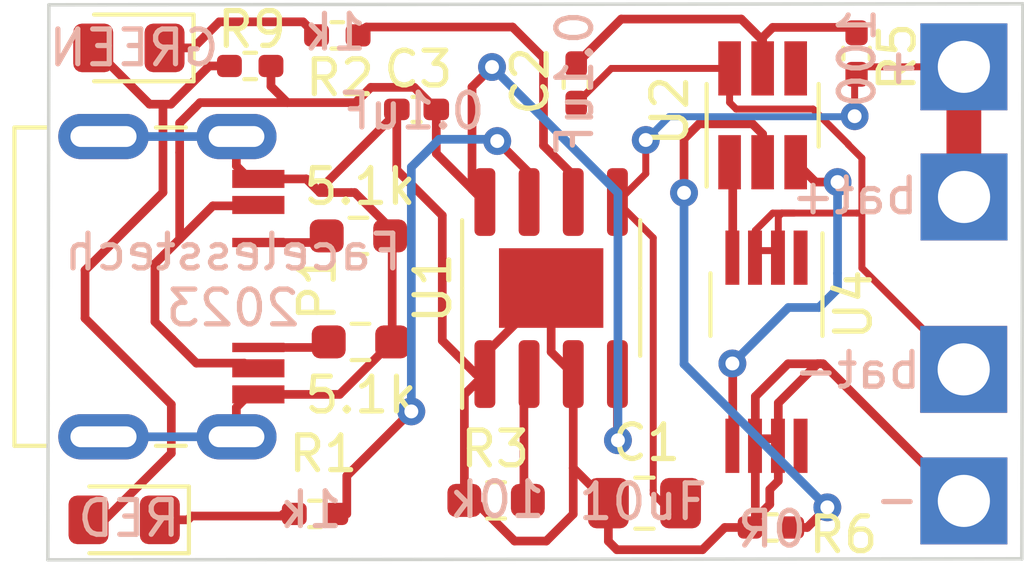
<source format=kicad_pcb>
(kicad_pcb (version 20211014) (generator pcbnew)
  (layers (0 "F.Cu" signal) (31 "B.Cu" signal) (34 "B.Paste" user) (35 "F.Paste" user) (36 "B.SilkS" user "B.Silkscreen") (37 "F.SilkS" user "F.Silkscreen") (38 "B.Mask" user) (39 "F.Mask" user) (44 "Edge.Cuts" user))
  (net 0 "")
  (net 1 "BAT+")
  (net 2 "Net-(D1-Pad1)")
  (net 3 "GND")
  (net 4 "VIN")
  (net 5 "Net-(D2-Pad1)")
  (net 6 "Net-(R2-Pad2)")
  (net 7 "Net-(R3-Pad1)")
  (net 8 "BAT-")
  (net 10 "/OC")
  (net 11 "/G1")
  (net 12 "Net-(U2-Pad3)")
  (net 13 "Net-(P1-PadA8)")
  (net 15 "Net-(C2-Pad1)")
  (net 16 "Net-(R1-Pad2)")
  (net 18 "Net-(P1-PadB8)")
  (net 19 "Net-(D1-Pad2)")
  (footprint "custom_connectors:1.5mm_test_point" (layer "F.Cu") (at 154.975 100.655)
    (fp_text reference "J5" hide)
    (fp_text value "Conn_01x01_Female" hide)
    (pad "1" thru_hole rect (at 0 -0.01016) (size 2.5 2.5) (drill 1.5) (layers *.Cu *.Mask) (net 3 "GND"))
  )
  (footprint "Resistor_SMD:R_0402_1005Metric_Pad0.72x0.64mm_HandSolder" (layer "F.Cu") (at 151.89 87.7725 90)
    (fp_text reference "R5" (at -0.0975 1.17 90) (layer "F.SilkS"))
    (fp_text value "100" (at -0.1275 0.02 90) (layer "B.SilkS") (effects (justify mirror)))
    (fp_line (start -0.167621 -0.38) (end 0.167621 -0.38) (layer "F.SilkS") (width 0.12))
    (fp_line (start -0.167621 0.38) (end 0.167621 0.38) (layer "F.SilkS") (width 0.12))
    (pad "1" smd roundrect (at -0.5975 0 90) (size 0.715 0.64) (layers "F.Cu" "F.Paste" "F.Mask") (net 1 "BAT+"))
    (pad "2" smd roundrect (at 0.5975 0 90) (size 0.715 0.64) (layers "F.Cu" "F.Paste" "F.Mask") (net 15 "Net-(C2-Pad1)"))
  )
  (footprint "Package_SO:SOIC-8-1EP_3.9x4.9mm_P1.27mm_EP2.29x3mm" (layer "F.Cu") (at 143.11 94.52 90)
    (fp_text reference "U1" (at 0 -3.4 90) (layer "F.SilkS"))
    (fp_text value "TP4056" hide)
    (fp_line (start 0 2.56) (end -1.95 2.56) (layer "F.SilkS") (width 0.12))
    (fp_line (start 0 2.56) (end 1.95 2.56) (layer "F.SilkS") (width 0.12))
    (fp_line (start 0 -2.56) (end 1.95 -2.56) (layer "F.SilkS") (width 0.12))
    (fp_line (start 0 -2.56) (end -3.45 -2.56) (layer "F.SilkS") (width 0.12))
    (pad "1" smd roundrect (at -2.475 -1.905 90) (size 1.95 0.6) (layers "F.Cu" "F.Paste" "F.Mask") (net 3 "GND"))
    (pad "2" smd roundrect (at -2.475 -0.635 90) (size 1.95 0.6) (layers "F.Cu" "F.Paste" "F.Mask") (net 7 "Net-(R3-Pad1)"))
    (pad "3" smd roundrect (at -2.475 0.635 90) (size 1.95 0.6) (layers "F.Cu" "F.Paste" "F.Mask") (net 3 "GND"))
    (pad "4" smd roundrect (at -2.475 1.905 90) (size 1.95 0.6) (layers "F.Cu" "F.Paste" "F.Mask") (net 4 "VIN"))
    (pad "5" smd roundrect (at 2.475 1.905 90) (size 1.95 0.6) (layers "F.Cu" "F.Paste" "F.Mask") (net 1 "BAT+"))
    (pad "6" smd roundrect (at 2.475 0.635 90) (size 1.95 0.6) (layers "F.Cu" "F.Paste" "F.Mask") (net 6 "Net-(R2-Pad2)"))
    (pad "7" smd roundrect (at 2.475 -0.635 90) (size 1.95 0.6) (layers "F.Cu" "F.Paste" "F.Mask") (net 16 "Net-(R1-Pad2)"))
    (pad "8" smd roundrect (at 2.475 -1.905 90) (size 1.95 0.6) (layers "F.Cu" "F.Paste" "F.Mask") (net 4 "VIN"))
    (pad "9" smd rect (at 0 0 90) (size 2.29 3) (layers "F.Cu" "F.Mask") (net 3 "GND"))
  )
  (footprint "Resistor_SMD:R_0402_1005Metric_Pad0.72x0.64mm_HandSolder" (layer "F.Cu") (at 136.9625 87.25)
    (fp_text reference "R2" (at 0.0775 1.22) (layer "F.SilkS"))
    (fp_text value "1k" (at -0.06 -0.09) (layer "B.SilkS") (effects (justify mirror)))
    (fp_line (start -0.167621 -0.38) (end 0.167621 -0.38) (layer "F.SilkS") (width 0.12))
    (fp_line (start -0.167621 0.38) (end 0.167621 0.38) (layer "F.SilkS") (width 0.12))
    (pad "1" smd roundrect (at -0.5975 0) (size 0.715 0.64) (layers "F.Cu" "F.Paste" "F.Mask") (net 5 "Net-(D2-Pad1)"))
    (pad "2" smd roundrect (at 0.5975 0) (size 0.715 0.64) (layers "F.Cu" "F.Paste" "F.Mask") (net 6 "Net-(R2-Pad2)"))
  )
  (footprint "custom_connectors:1.5mm_test_point" (layer "F.Cu") (at 154.97 96.87)
    (fp_text reference "J4" hide)
    (fp_text value "Conn_01x01_Female" hide)
    (pad "1" thru_hole rect (at 0 -0.01016) (size 2.5 2.5) (drill 1.5) (layers *.Cu *.Mask) (net 8 "BAT-"))
  )
  (footprint "Capacitor_SMD:C_0402_1005Metric_Pad0.74x0.62mm_HandSolder" (layer "F.Cu") (at 143.83 88.6425 -90)
    (fp_text reference "C2" (at -0.0825 1.32 -90) (layer "F.SilkS"))
    (fp_text value "0.1uF" (at -0.0225 0.04 -90) (layer "B.SilkS") (effects (justify mirror)))
    (fp_line (start -0.115835 -0.36) (end 0.115835 -0.36) (layer "F.SilkS") (width 0.12))
    (fp_line (start -0.115835 0.36) (end 0.115835 0.36) (layer "F.SilkS") (width 0.12))
    (pad "1" smd roundrect (at -0.5675 0 270) (size 0.735 0.62) (layers "F.Cu" "F.Paste" "F.Mask") (net 15 "Net-(C2-Pad1)"))
    (pad "2" smd roundrect (at 0.5675 0 270) (size 0.735 0.62) (layers "F.Cu" "F.Paste" "F.Mask") (net 8 "BAT-"))
  )
  (footprint "Resistor_SMD:R_0603_1608Metric_Pad0.98x0.95mm_HandSolder" (layer "F.Cu") (at 137.6275 96.07)
    (fp_text reference "R8" hide)
    (fp_text value "5.1k" (at 0.0125 1.53) (layer "F.SilkS"))
    (fp_line (start -0.254724 -0.5225) (end 0.254724 -0.5225) (layer "F.SilkS") (width 0.12))
    (fp_line (start -0.254724 0.5225) (end 0.254724 0.5225) (layer "F.SilkS") (width 0.12))
    (pad "1" smd roundrect (at -0.9125 0) (size 0.975 0.95) (layers "F.Cu" "F.Paste" "F.Mask") (net 13 "Net-(P1-PadA8)"))
    (pad "2" smd roundrect (at 0.9125 0) (size 0.975 0.95) (layers "F.Cu" "F.Paste" "F.Mask") (net 3 "GND"))
  )
  (footprint "LED_SMD:LED_0805_2012Metric_Pad1.15x1.40mm_HandSolder" (layer "F.Cu") (at 130.97 87.61 180)
    (fp_text reference "D2" hide)
    (fp_text value "GREEN" (at -0.15 0) (layer "B.SilkS") (effects (justify mirror)))
    (fp_line (start 1 -0.96) (end -1.86 -0.96) (layer "F.SilkS") (width 0.12))
    (fp_line (start -1.86 0.96) (end 1 0.96) (layer "F.SilkS") (width 0.12))
    (fp_line (start -1.86 -0.96) (end -1.86 0.96) (layer "F.SilkS") (width 0.12))
    (pad "1" smd roundrect (at -1.025 0 180) (size 1.15 1.4) (layers "F.Cu" "F.Paste" "F.Mask") (roundrect_rratio 0.2173913043) (net 5 "Net-(D2-Pad1)"))
    (pad "2" smd roundrect (at 1.025 0 180) (size 1.15 1.4) (layers "F.Cu" "F.Paste" "F.Mask") (roundrect_rratio 0.2173913043) (net 19 "Net-(D1-Pad2)"))
  )
  (footprint "custom_connectors:SOT-23-8_Handsoldering_long" (layer "F.Cu") (at 149.3 94.996 -90)
    (fp_text reference "U4" (at 0 -2.5 90) (layer "F.SilkS"))
    (fp_text value "8205a")
    (fp_line (start 0.9 -1.61) (end -2.05 -1.61) (layer "F.SilkS") (width 0.12))
    (fp_line (start -0.9 1.61) (end 0.9 1.61) (layer "F.SilkS") (width 0.12))
    (pad "1" smd rect (at -1.35 -0.98 270) (size 1.56 0.4) (layers "F.Cu" "F.Paste" "F.Mask"))
    (pad "2" smd rect (at -1.35 -0.33 270) (size 1.56 0.4) (layers "F.Cu" "F.Paste" "F.Mask") (net 8 "BAT-"))
    (pad "3" smd rect (at -1.35 0.33 270) (size 1.56 0.4) (layers "F.Cu" "F.Paste" "F.Mask") (net 8 "BAT-"))
    (pad "4" smd rect (at -1.35 0.98 270) (size 1.56 0.4) (layers "F.Cu" "F.Paste" "F.Mask") (net 11 "/G1"))
    (pad "5" smd rect (at 4.064 0.98 270) (size 1.56 0.4) (layers "F.Cu" "F.Paste" "F.Mask") (net 12 "Net-(U2-Pad3)"))
    (pad "6" smd rect (at 4.064 0.33 270) (size 1.56 0.4) (layers "F.Cu" "F.Paste" "F.Mask") (net 3 "GND"))
    (pad "7" smd rect (at 4.064 -0.33 270) (size 1.56 0.4) (layers "F.Cu" "F.Paste" "F.Mask") (net 3 "GND"))
    (pad "8" smd rect (at 4.064 -0.98 270) (size 1.56 0.4) (layers "F.Cu" "F.Paste" "F.Mask"))
  )
  (footprint "Capacitor_SMD:C_0805_2012Metric_Pad1.18x1.45mm_HandSolder" (layer "F.Cu") (at 145.7925 100.71 180)
    (fp_text reference "C1" (at -0.0475 1.74) (layer "F.SilkS"))
    (fp_text value "10uF" (at 0.0425 0.04) (layer "B.SilkS"))
    (fp_line (start -0.261252 0.735) (end 0.261252 0.735) (layer "F.SilkS") (width 0.12))
    (fp_line (start -0.261252 -0.735) (end 0.261252 -0.735) (layer "F.SilkS") (width 0.12))
    (pad "1" smd roundrect (at -1.0375 0 180) (size 1.175 1.45) (layers "F.Cu" "F.Paste" "F.Mask") (roundrect_rratio 0.2127659574) (net 1 "BAT+"))
    (pad "2" smd roundrect (at 1.0375 0 180) (size 1.175 1.45) (layers "F.Cu" "F.Paste" "F.Mask") (roundrect_rratio 0.2127659574) (net 3 "GND"))
  )
  (footprint "Resistor_SMD:R_0402_1005Metric_Pad0.72x0.64mm_HandSolder" (layer "F.Cu") (at 136.3225 101.02)
    (fp_text reference "R1" (at 0.2375 -1.73) (layer "F.SilkS"))
    (fp_text value "1k" (at -0.1125 -0.12) (layer "B.SilkS") (effects (justify mirror)))
    (fp_line (start -0.167621 -0.38) (end 0.167621 -0.38) (layer "F.SilkS") (width 0.12))
    (fp_line (start -0.167621 0.38) (end 0.167621 0.38) (layer "F.SilkS") (width 0.12))
    (pad "1" smd roundrect (at -0.5975 0) (size 0.715 0.64) (layers "F.Cu" "F.Paste" "F.Mask") (net 2 "Net-(D1-Pad1)"))
    (pad "2" smd roundrect (at 0.5975 0) (size 0.715 0.64) (layers "F.Cu" "F.Paste" "F.Mask") (net 16 "Net-(R1-Pad2)"))
  )
  (footprint "usb_custom:USB_C_Receptacle_JAE_DX07S016JA1R1500" (layer "F.Cu") (at 131.39 94.48 -90)
    (fp_text reference "P1" (at 0 -5 90) (layer "F.SilkS"))
    (fp_text value "USB_C_Plug" hide)
    (fp_line (start -4.58 -1.215) (end -4.58 -0.36) (layer "F.SilkS") (width 0.12))
    (fp_line (start 4.58 2.76) (end 4.58 3.71) (layer "F.SilkS") (width 0.12))
    (fp_line (start -4.58 2.76) (end -4.58 3.71) (layer "F.SilkS") (width 0.12))
    (fp_line (start -4.58 3.71) (end 4.58 3.71) (layer "F.SilkS") (width 0.12))
    (fp_line (start 4.58 -1.215) (end 4.58 -0.36) (layer "F.SilkS") (width 0.12))
    (pad "" np_thru_hole oval (at 3 -1.95 270) (size 0.85 0.6) (drill oval 0.85 0.6) (layers F&B.Cu *.Mask))
    (pad "" np_thru_hole circle (at -3 -1.95 270) (size 0.6 0.6) (drill 0.6) (layers F&B.Cu *.Mask))
    (pad "A1" smd rect (at -3.1 -3.302 270) (size 0.52 1.5) (layers "F.Cu" "F.Paste" "F.Mask") (net 3 "GND"))
    (pad "A4" smd rect (at -2.35 -3.302 270) (size 0.52 1.5) (layers "F.Cu" "F.Paste" "F.Mask") (net 4 "VIN"))
    (pad "A8" smd rect (at 1.75 -3.302 270) (size 0.27 1.5) (layers "F.Cu" "F.Paste" "F.Mask") (net 13 "Net-(P1-PadA8)"))
    (pad "A9" smd rect (at 2.35 -3.302 270) (size 0.52 1.5) (layers "F.Cu" "F.Paste" "F.Mask") (net 4 "VIN"))
    (pad "A12" smd rect (at 3.1 -3.302 270) (size 0.52 1.5) (layers "F.Cu" "F.Paste" "F.Mask") (net 3 "GND"))
    (pad "B8" smd rect (at -1.27 -3.302 270) (size 0.27 1.5) (layers "F.Cu" "F.Paste" "F.Mask") (net 18 "Net-(P1-PadB8)"))
    (pad "S1" thru_hole oval (at 4.32 1.15 270) (size 1.3 2.6) (drill oval 0.6 1.9) (layers *.Cu *.Mask) (net 3 "GND"))
    (pad "S1" thru_hole oval (at -4.32 1.15 270) (size 1.3 2.6) (drill oval 0.6 1.9) (layers *.Cu *.Mask) (net 3 "GND"))
    (pad "S1" thru_hole oval (at 4.32 -2.675 270) (size 1.3 2.3) (drill oval 0.6 1.6) (layers *.Cu *.Mask) (net 3 "GND"))
    (pad "S1" thru_hole oval (at -4.32 -2.675 270) (size 1.3 2.3) (drill oval 0.6 1.6) (layers *.Cu *.Mask) (net 3 "GND"))
  )
  (footprint "custom_connectors:1.5mm_test_point" (layer "F.Cu") (at 154.98 91.91)
    (fp_text reference "J7" hide)
    (fp_text value "Conn_01x01_Female" hide)
    (pad "1" thru_hole rect (at 0 -0.01016) (size 2.5 2.5) (drill 1.5) (layers *.Cu *.Mask) (net 1 "BAT+"))
  )
  (footprint "Resistor_SMD:R_0402_1005Metric_Pad0.72x0.64mm_HandSolder" (layer "F.Cu") (at 149.4275 101.41 180)
    (fp_text reference "R6" (at -2.0825 -0.21) (layer "F.SilkS"))
    (fp_text value "0R" (at -0.0325 -0.05) (layer "B.SilkS") (effects (justify mirror)))
    (fp_line (start -0.167621 -0.38) (end 0.167621 -0.38) (layer "F.SilkS") (width 0.12))
    (fp_line (start -0.167621 0.38) (end 0.167621 0.38) (layer "F.SilkS") (width 0.12))
    (pad "1" smd roundrect (at -0.5975 0 180) (size 0.715 0.64) (layers "F.Cu" "F.Paste" "F.Mask") (net 10 "/OC"))
    (pad "2" smd roundrect (at 0.5975 0 180) (size 0.715 0.64) (layers "F.Cu" "F.Paste" "F.Mask") (net 3 "GND"))
  )
  (footprint "Capacitor_SMD:C_0402_1005Metric_Pad0.74x0.62mm_HandSolder" (layer "F.Cu") (at 139.24 89.38 180)
    (fp_text reference "C3" (at -0.05 1.16) (layer "F.SilkS"))
    (fp_text value "0.1uF" (at 0.12 -0.05) (layer "B.SilkS") (effects (justify mirror)))
    (fp_line (start -0.115835 0.36) (end 0.115835 0.36) (layer "F.SilkS") (width 0.12))
    (fp_line (start -0.115835 -0.36) (end 0.115835 -0.36) (layer "F.SilkS") (width 0.12))
    (pad "1" smd roundrect (at -0.5675 0 180) (size 0.735 0.62) (layers "F.Cu" "F.Paste" "F.Mask") (net 4 "VIN"))
    (pad "2" smd roundrect (at 0.5675 0 180) (size 0.735 0.62) (layers "F.Cu" "F.Paste" "F.Mask") (net 3 "GND"))
  )
  (footprint "Resistor_SMD:R_0402_1005Metric_Pad0.72x0.64mm_HandSolder" (layer "F.Cu") (at 134.4575 88.13 180)
    (fp_text reference "R9" (at -0.0525 1.05) (layer "F.SilkS"))
    (fp_text value "R" hide)
    (fp_line (start -0.167621 -0.38) (end 0.167621 -0.38) (layer "F.SilkS") (width 0.12))
    (fp_line (start -0.167621 0.38) (end 0.167621 0.38) (layer "F.SilkS") (width 0.12))
    (pad "1" smd roundrect (at -0.5975 0 180) (size 0.715 0.64) (layers "F.Cu" "F.Paste" "F.Mask") (net 4 "VIN"))
    (pad "2" smd roundrect (at 0.5975 0 180) (size 0.715 0.64) (layers "F.Cu" "F.Paste" "F.Mask") (net 19 "Net-(D1-Pad2)"))
  )
  (footprint "Resistor_SMD:R_0603_1608Metric_Pad0.98x0.95mm_HandSolder" (layer "F.Cu") (at 137.57 93.02)
    (fp_text reference "R7" hide)
    (fp_text value "5.1k" (at 0.04 -1.42) (layer "F.SilkS"))
    (fp_line (start -0.254724 0.5225) (end 0.254724 0.5225) (layer "F.SilkS") (width 0.12))
    (fp_line (start -0.254724 -0.5225) (end 0.254724 -0.5225) (layer "F.SilkS") (width 0.12))
    (pad "1" smd roundrect (at -0.9125 0) (size 0.975 0.95) (layers "F.Cu" "F.Paste" "F.Mask") (net 18 "Net-(P1-PadB8)"))
    (pad "2" smd roundrect (at 0.9125 0) (size 0.975 0.95) (layers "F.Cu" "F.Paste" "F.Mask") (net 3 "GND"))
  )
  (footprint "custom_connectors:1.5mm_test_point" (layer "F.Cu") (at 154.975 88.165)
    (fp_text reference "J6" hide)
    (fp_text value "Conn_01x01_Female" hide)
    (pad "1" thru_hole rect (at 0 -0.01016) (size 2.5 2.5) (drill 1.5) (layers *.Cu *.Mask) (net 1 "BAT+"))
  )
  (footprint "LED_SMD:LED_0805_2012Metric_Pad1.15x1.40mm_HandSolder" (layer "F.Cu") (at 130.835 101.19 180)
    (fp_text reference "D1" hide)
    (fp_text value "RED" hide)
    (fp_line (start 1 -0.96) (end -1.86 -0.96) (layer "F.SilkS") (width 0.12))
    (fp_line (start -1.86 -0.96) (end -1.86 0.96) (layer "F.SilkS") (width 0.12))
    (fp_line (start -1.86 0.96) (end 1 0.96) (layer "F.SilkS") (width 0.12))
    (pad "1" smd roundrect (at -1.025 0 180) (size 1.15 1.4) (layers "F.Cu" "F.Paste" "F.Mask") (roundrect_rratio 0.2173913043) (net 2 "Net-(D1-Pad1)"))
    (pad "2" smd roundrect (at 1.025 0 180) (size 1.15 1.4) (layers "F.Cu" "F.Paste" "F.Mask") (roundrect_rratio 0.2173913043) (net 19 "Net-(D1-Pad2)"))
  )
  (footprint "Resistor_SMD:R_0603_1608Metric_Pad0.98x0.95mm_HandSolder" (layer "F.Cu") (at 141.5275 100.63 180)
    (fp_text reference "R3" (at 0.0275 1.48 180) (layer "F.SilkS"))
    (fp_text value "10k" (at -0.0325 0.02 180) (layer "B.SilkS") (effects (justify mirror)))
    (fp_line (start -0.254724 0.5225) (end 0.254724 0.5225) (layer "F.SilkS") (width 0.12))
    (fp_line (start -0.254724 -0.5225) (end 0.254724 -0.5225) (layer "F.SilkS") (width 0.12))
    (pad "1" smd roundrect (at -0.9125 0 180) (size 0.975 0.95) (layers "F.Cu" "F.Paste" "F.Mask") (net 7 "Net-(R3-Pad1)"))
    (pad "2" smd roundrect (at 0.9125 0 180) (size 0.975 0.95) (layers "F.Cu" "F.Paste" "F.Mask") (net 3 "GND"))
  )
  (footprint "Package_TO_SOT_SMD:SOT-23-6_Handsoldering" (layer "F.Cu") (at 149.19 89.55 90)
    (fp_text reference "U2" (at 0.13 -2.67 90) (layer "F.SilkS"))
    (fp_text value "DW01" hide)
    (fp_line (start -0.9 1.61) (end 0.9 1.61) (layer "F.SilkS") (width 0.12))
    (fp_line (start 0.9 -1.61) (end -2.05 -1.61) (layer "F.SilkS") (width 0.12))
    (pad "1" smd rect (at -1.35 -0.95 90) (size 1.56 0.65) (layers "F.Cu" "F.Paste" "F.Mask") (net 11 "/G1"))
    (pad "2" smd rect (at -1.35 0 90) (size 1.56 0.65) (layers "F.Cu" "F.Paste" "F.Mask") (net 10 "/OC"))
    (pad "3" smd rect (at -1.35 0.95 90) (size 1.56 0.65) (layers "F.Cu" "F.Paste" "F.Mask") (net 12 "Net-(U2-Pad3)"))
    (pad "4" smd rect (at 1.35 0.95 90) (size 1.56 0.65) (layers "F.Cu" "F.Paste" "F.Mask"))
    (pad "5" smd rect (at 1.35 0 90) (size 1.56 0.65) (layers "F.Cu" "F.Paste" "F.Mask") (net 15 "Net-(C2-Pad1)"))
    (pad "6" smd rect (at 1.35 -0.95 90) (size 1.56 0.65) (layers "F.Cu" "F.Paste" "F.Mask") (net 8 "BAT-"))
  )
  (gr_line (start 128.67 86.37) (end 156.67 86.34) (layer "Edge.Cuts") (width 0.1))
  (gr_line (start 156.67 86.35) (end 156.64 102.32) (layer "Edge.Cuts") (width 0.1))
  (gr_line (start 128.64 102.34) (end 156.64 102.31) (layer "Edge.Cuts") (width 0.1))
  (gr_line (start 128.67 86.37) (end 128.64 102.34) (layer "Edge.Cuts") (width 0.1))
  (gr_text "Facelesstech\n2023" (at 133.96 94.29) (layer "B.SilkS") (effects (font (size 1 1)) (justify mirror)))
  (gr_text "bat-" (at 151.91 96.89) (layer "B.SilkS") (effects (font (size 1 1)) (justify mirror)))
  (gr_text "RED" (at 130.97 101.15) (layer "B.SilkS") (effects (font (size 1 1)) (justify mirror)))
  (gr_text "-" (at 153.05 100.59) (layer "B.SilkS") (effects (font (size 1 1)) (justify mirror)))
  (gr_text "bat+" (at 151.83 91.87) (layer "B.SilkS") (effects (font (size 1 1)) (justify mirror)))
  (gr_text "+" (at 153.1 88.12) (layer "B.SilkS") (effects (font (size 1 1)) (justify mirror)))
  (segment (start 145.015 92.045) (end 145.83 91.23) (width 0.2) (layer "F.Cu") (net 1))
  (segment (start 154.975 88.165) (end 154.975 91.905) (width 1) (layer "F.Cu") (net 1))
  (segment (start 146.045 100.335) (end 146.045 93.075) (width 0.2) (layer "F.Cu") (net 1))
  (segment (start 146.045 93.075) (end 145.015 92.045) (width 0.2) (layer "F.Cu") (net 1))
  (segment (start 152.10516 88.15484) (end 154.975 88.15484) (width 0.2) (layer "F.Cu") (net 1))
  (segment (start 146.045 100.335) (end 146.045 100.445) (width 0.2) (layer "F.Cu") (net 1))
  (segment (start 145.83 91.23) (end 145.83 90.26) (width 0.2) (layer "F.Cu") (net 1))
  (segment (start 146.045 100.445) (end 146.31 100.71) (width 0.2) (layer "F.Cu") (net 1))
  (segment (start 154.975 91.905) (end 154.98 91.91) (width 1) (layer "F.Cu") (net 1))
  (segment (start 151.89 88.37) (end 152.10516 88.15484) (width 0.2) (layer "F.Cu") (net 1))
  (segment (start 151.834622 89.575378) (end 151.834622 88.425378) (width 0.2) (layer "F.Cu") (net 1))
  (segment (start 151.834622 88.425378) (end 151.89 88.37) (width 0.2) (layer "F.Cu") (net 1))
  (segment (start 146.31 100.71) (end 146.83 100.71) (width 0.2) (layer "F.Cu") (net 1))
  (via (at 145.83 90.26) (size 0.8) (drill 0.4) (layers "F.Cu" "B.Cu") (net 1))
  (via (at 151.834622 89.575378) (size 0.8) (drill 0.4) (layers "F.Cu" "B.Cu") (net 1))
  (segment (start 151.82 89.59) (end 151.834622 89.575378) (width 0.2) (layer "B.Cu") (net 1))
  (segment (start 145.83 90.26) (end 146.5 89.59) (width 0.2) (layer "B.Cu") (net 1))
  (segment (start 146.5 89.59) (end 151.82 89.59) (width 0.2) (layer "B.Cu") (net 1))
  (segment (start 135.35 101.08) (end 135.41 101.02) (width 0.25) (layer "F.Cu") (net 2))
  (segment (start 132.7725 101.08) (end 135.35 101.08) (width 0.25) (layer "F.Cu") (net 2))
  (segment (start 131.86 101.19) (end 132.6625 101.19) (width 0.25) (layer "F.Cu") (net 2))
  (segment (start 132.6625 101.19) (end 132.7725 101.08) (width 0.25) (layer "F.Cu") (net 2))
  (segment (start 142.97 101.8) (end 143.745 101.025) (width 0.25) (layer "F.Cu") (net 3))
  (segment (start 154.975 100.64484) (end 154.61484 100.64484) (width 1) (layer "F.Cu") (net 3))
  (segment (start 149.64 100.07) (end 149.64 98.857) (width 0.25) (layer "F.Cu") (net 3))
  (segment (start 136.46172 91.77172) (end 136.46172 91.679457) (width 0.25) (layer "F.Cu") (net 3))
  (segment (start 140.615 100.63) (end 140.615 97.585) (width 0.25) (layer "F.Cu") (net 3))
  (segment (start 138.6725 89.38) (end 138.6725 91.1225) (width 0.25) (layer "F.Cu") (net 3))
  (segment (start 143.11 96.36) (end 143.745 96.995) (width 0.25) (layer "F.Cu") (net 3))
  (segment (start 139.98 92.43) (end 139.98 96.03) (width 0.25) (layer "F.Cu") (net 3))
  (segment (start 149.64 97.827) (end 150.767 96.7) (width 0.25) (layer "F.Cu") (net 3))
  (segment (start 136.07 91.38) (end 136.46172 91.77172) (width 0.25) (layer "F.Cu") (net 3))
  (segment (start 137.46422 91.77172) (end 138.6625 92.97) (width 0.25) (layer "F.Cu") (net 3))
  (segment (start 147.46 102.05) (end 145 102.05) (width 0.25) (layer "F.Cu") (net 3))
  (segment (start 148.83 101.31) (end 149.025 101.115) (width 0.25) (layer "F.Cu") (net 3))
  (segment (start 136.46172 91.77172) (end 137.36172 91.77172) (width 0.25) (layer "F.Cu") (net 3))
  (segment (start 148.98 98.857) (end 148.98 101.07) (width 0.25) (layer "F.Cu") (net 3))
  (segment (start 148.1 101.41) (end 147.46 102.05) (width 0.25) (layer "F.Cu") (net 3))
  (segment (start 149.395 100.315) (end 149.64 100.07) (width 0.25) (layer "F.Cu") (net 3))
  (segment (start 149.92 96.7) (end 150.86 96.7) (width 0.25) (layer "F.Cu") (net 3))
  (segment (start 148.98 101.07) (end 149.025 101.115) (width 0.25) (layer "F.Cu") (net 3))
  (segment (start 134.06 97.955) (end 134.435 97.58) (width 0.25) (layer "F.Cu") (net 3))
  (segment (start 143.11 94.52) (end 141.205 96.425) (width 0.25) (layer "F.Cu") (net 3))
  (segment (start 140.615 100.63) (end 140.89 100.63) (width 0.25) (layer "F.Cu") (net 3))
  (segment (start 143.11 94.52) (end 143.11 96.36) (width 0.25) (layer "F.Cu") (net 3))
  (segment (start 140.615 97.585) (end 141.205 96.995) (width 0.25) (layer "F.Cu") (net 3))
  (segment (start 134.06 91.005) (end 134.435 91.38) (width 0.25) (layer "F.Cu") (net 3))
  (segment (start 136.46172 91.679457) (end 138.6725 89.468677) (width 0.25) (layer "F.Cu") (net 3))
  (segment (start 143.745 96.995) (end 143.745 99.7) (width 0.25) (layer "F.Cu") (net 3))
  (segment (start 139.98 96.03) (end 140.945 96.995) (width 0.25) (layer "F.Cu") (net 3))
  (segment (start 148.98 98.857) (end 149.64 98.857) (width 0.25) (layer "F.Cu") (net 3))
  (segment (start 143.745 101.025) (end 143.745 99.7) (width 0.25) (layer "F.Cu") (net 3))
  (segment (start 145 102.05) (end 144.755 101.805) (width 0.25) (layer "F.Cu") (net 3))
  (segment (start 149.64 98.857) (end 149.64 97.827) (width 0.25) (layer "F.Cu") (net 3))
  (segment (start 140.89 100.63) (end 142.06 101.8) (width 0.25) (layer "F.Cu") (net 3))
  (segment (start 134.435 91.38) (end 136.07 91.38) (width 0.25) (layer "F.Cu") (net 3))
  (segment (start 137.03 97.58) (end 138.54 96.07) (width 0.25) (layer "F.Cu") (net 3))
  (segment (start 148.83 101.41) (end 148.1 101.41) (width 0.25) (layer "F.Cu") (net 3))
  (segment (start 154.87484 100.64484) (end 154.975 100.64484) (width 0.25) (layer "F.Cu") (net 3))
  (segment (start 137.36172 91.77172) (end 137.46422 91.77172) (width 0.25) (layer "F.Cu") (net 3))
  (segment (start 150.93 96.7) (end 154.87484 100.64484) (width 0.25) (layer "F.Cu") (net 3))
  (segment (start 148.98 98.857) (end 148.98 97.64) (width 0.25) (layer "F.Cu") (net 3))
  (segment (start 150.767 96.7) (end 150.86 96.7) (width 0.25) (layer "F.Cu") (net 3))
  (segment (start 148.83 101.41) (end 148.83 101.31) (width 0.25) (layer "F.Cu") (net 3))
  (segment (start 138.54 93.0775) (end 138.4825 93.02) (width 0.25) (layer "F.Cu") (net 3))
  (segment (start 150.86 96.7) (end 150.93 96.7) (width 0.25) (layer "F.Cu") (net 3))
  (segment (start 142.06 101.8) (end 142.97 101.8) (width 0.25) (layer "F.Cu") (net 3))
  (segment (start 149.395 100.745) (end 149.395 100.315) (width 0.25) (layer "F.Cu") (net 3))
  (segment (start 140.945 96.995) (end 141.205 96.995) (width 0.25) (layer "F.Cu") (net 3))
  (segment (start 141.205 96.425) (end 141.205 96.995) (width 0.25) (layer "F.Cu") (net 3))
  (segment (start 143.745 99.7) (end 144.755 100.71) (width 0.25) (layer "F.Cu") (net 3))
  (segment (start 138.54 96.07) (end 138.54 93.0775) (width 0.25) (layer "F.Cu") (net 3))
  (segment (start 144.755 101.805) (end 144.755 100.71) (width 0.25) (layer "F.Cu") (net 3))
  (segment (start 138.6725 91.1225) (end 139.98 92.43) (width 0.25) (layer "F.Cu") (net 3))
  (segment (start 134.435 97.58) (end 137.03 97.58) (width 0.25) (layer "F.Cu") (net 3))
  (segment (start 149.025 101.115) (end 149.395 100.745) (width 0.25) (layer "F.Cu") (net 3))
  (segment (start 148.98 97.64) (end 149.92 96.7) (width 0.25) (layer "F.Cu") (net 3))
  (segment (start 138.6725 89.468677) (end 138.6725 89.38) (width 0.25) (layer "F.Cu") (net 3))
  (segment (start 134.06 98.8) (end 134.06 97.955) (width 0.25) (layer "F.Cu") (net 3))
  (segment (start 134.06 90.16) (end 134.06 91.005) (width 0.25) (layer "F.Cu") (net 3))
  (segment (start 134.06 98.8) (end 130.235 98.8) (width 0.25) (layer "B.Cu") (net 3))
  (segment (start 134.06 90.16) (end 130.235 90.16) (width 0.25) (layer "B.Cu") (net 3))
  (segment (start 140.835 88.735) (end 140.835 91.675) (width 0.25) (layer "F.Cu") (net 4))
  (segment (start 132.215 95.985) (end 132.91 96.68) (width 0.25) (layer "F.Cu") (net 4))
  (segment (start 135.525 89.185) (end 137.485 89.185) (width 0.25) (layer "F.Cu") (net 4))
  (segment (start 131.985 93.555) (end 131.72 93.82) (width 0.25) (layer "F.Cu") (net 4))
  (segment (start 132.43 90.62) (end 132.43 93.11) (width 0.25) (layer "F.Cu") (net 4))
  (segment (start 141.41 88.16) (end 140.835 88.735) (width 0.25) (layer "F.Cu") (net 4))
  (segment (start 145.015 96.425) (end 145.015 96.995) (width 0.25) (layer "F.Cu") (net 4))
  (segment (start 131.72 93.82) (end 131.72 95.49) (width 0.25) (layer "F.Cu") (net 4))
  (segment (start 139.8075 89.38) (end 139.1725 88.745) (width 0.25) (layer "F.Cu") (net 4))
  (segment (start 137.485 89.185) (end 137.925 88.745) (width 0.25) (layer "F.Cu") (net 4))
  (segment (start 132.91 96.68) (end 134.285 96.68) (width 0.25) (layer "F.Cu") (net 4))
  (segment (start 135.055 88.13) (end 135.055 88.715) (width 0.25) (layer "F.Cu") (net 4))
  (segment (start 141.205 92.045) (end 141.205 92.615) (width 0.25) (layer "F.Cu") (net 4))
  (segment (start 145.015 96.995) (end 145.015 98.885) (width 0.25) (layer "F.Cu") (net 4))
  (segment (start 140.835 91.675) (end 141.205 92.045) (width 0.25) (layer "F.Cu") (net 4))
  (segment (start 139.8075 90.6475) (end 141.205 92.045) (width 0.25) (layer "F.Cu") (net 4))
  (segment (start 132.43 89.770672) (end 132.43 90.62) (width 0.25) (layer "F.Cu") (net 4))
  (segment (start 133.384999 92.155001) (end 132.43 93.11) (width 0.25) (layer "F.Cu") (net 4))
  (segment (start 134.285 96.68) (end 134.435 96.83) (width 0.25) (layer "F.Cu") (net 4))
  (segment (start 132.860336 89.340336) (end 133.015673 89.185) (width 0.25) (layer "F.Cu") (net 4))
  (segment (start 145.015 98.885) (end 145.03 98.9) (width 0.25) (layer "F.Cu") (net 4))
  (segment (start 134.409999 92.155001) (end 133.384999 92.155001) (width 0.25) (layer "F.Cu") (net 4))
  (segment (start 139.1725 88.745) (end 137.925 88.745) (width 0.25) (layer "F.Cu") (net 4))
  (segment (start 133.015673 89.185) (end 135.525 89.185) (width 0.25) (layer "F.Cu") (net 4))
  (segment (start 134.435 92.13) (end 134.409999 92.155001) (width 0.25) (layer "F.Cu") (net 4))
  (segment (start 132.860336 89.340336) (end 132.43 89.770672) (width 0.25) (layer "F.Cu") (net 4))
  (segment (start 139.8075 89.38) (end 139.8075 90.6475) (width 0.25) (layer "F.Cu") (net 4))
  (segment (start 131.72 95.49) (end 132.215 95.985) (width 0.25) (layer "F.Cu") (net 4))
  (segment (start 135.055 88.715) (end 135.525 89.185) (width 0.25) (layer "F.Cu") (net 4))
  (segment (start 132.43 93.11) (end 131.985 93.555) (width 0.25) (layer "F.Cu") (net 4))
  (via (at 141.41 88.16) (size 0.8) (drill 0.4) (layers "F.Cu" "B.Cu") (net 4))
  (via (at 145.03 98.9) (size 0.8) (drill 0.4) (layers "F.Cu" "B.Cu") (net 4))
  (segment (start 145.03 91.78) (end 141.41 88.16) (width 0.25) (layer "B.Cu") (net 4))
  (segment (start 145.03 98.9) (end 145.03 91.78) (width 0.25) (layer "B.Cu") (net 4))
  (segment (start 131.995 87.61) (end 132.82 87.61) (width 0.25) (layer "F.Cu") (net 5))
  (segment (start 132.82 87.61) (end 133.57 86.86) (width 0.25) (layer "F.Cu") (net 5))
  (segment (start 135.975 86.86) (end 136.365 87.25) (width 0.25) (layer "F.Cu") (net 5))
  (segment (start 133.57 86.86) (end 135.975 86.86) (width 0.25) (layer "F.Cu") (net 5))
  (segment (start 142.89 87.9) (end 142.89 90.42) (width 0.25) (layer "F.Cu") (net 6))
  (segment (start 142.89 90.42) (end 143.745 91.275) (width 0.25) (layer "F.Cu") (net 6))
  (segment (start 137.8 87.01) (end 142 87.01) (width 0.25) (layer "F.Cu") (net 6))
  (segment (start 143.745 91.275) (end 143.745 92.045) (width 0.25) (layer "F.Cu") (net 6))
  (segment (start 137.56 87.25) (end 137.8 87.01) (width 0.25) (layer "F.Cu") (net 6))
  (segment (start 142 87.01) (end 142.89 87.9) (width 0.25) (layer "F.Cu") (net 6))
  (segment (start 142.3275 97.1425) (end 142.475 96.995) (width 0.25) (layer "F.Cu") (net 7))
  (segment (start 142.44 100.63) (end 142.3275 100.5175) (width 0.25) (layer "F.Cu") (net 7))
  (segment (start 142.3275 100.5175) (end 142.3275 97.1425) (width 0.25) (layer "F.Cu") (net 7))
  (segment (start 154.97 96.85984) (end 154.95984 96.85984) (width 0.2) (layer "F.Cu") (net 8))
  (segment (start 148.24 88.2) (end 148.24 89.18) (width 0.2) (layer "F.Cu") (net 8))
  (segment (start 151.897 92.363) (end 152.043 92.363) (width 0.2) (layer "F.Cu") (net 8))
  (segment (start 152.043 93.943) (end 152.043 92.363) (width 0.2) (layer "F.Cu") (net 8))
  (segment (start 151.655 90.395) (end 152.043 90.783) (width 0.2) (layer "F.Cu") (net 8))
  (segment (start 148.43 89.37) (end 150.64 89.37) (width 0.2) (layer "F.Cu") (net 8))
  (segment (start 144.84 88.2) (end 148.24 88.2) (width 0.2) (layer "F.Cu") (net 8))
  (segment (start 149.48 92.363) (end 151.897 92.363) (width 0.2) (layer "F.Cu") (net 8))
  (segment (start 150.64 89.37) (end 151.655 90.385) (width 0.2) (layer "F.Cu") (net 8))
  (segment (start 149.64 92.463) (end 149.74 92.363) (width 0.2) (layer "F.Cu") (net 8))
  (segment (start 149.64 93.443) (end 149.64 92.463) (width 0.2) (layer "F.Cu") (net 8))
  (segment (start 148.24 89.18) (end 148.43 89.37) (width 0.2) (layer "F.Cu") (net 8))
  (segment (start 154.95984 96.85984) (end 152.043 93.943) (width 0.2) (layer "F.Cu") (net 8))
  (segment (start 152.043 90.783) (end 152.043 92.363) (width 0.2) (layer "F.Cu") (net 8))
  (segment (start 148.98 93.443) (end 148.98 92.863) (width 0.2) (layer "F.Cu") (net 8))
  (segment (start 148.98 93.443) (end 149.64 93.443) (width 0.2) (layer "F.Cu") (net 8))
  (segment (start 149.74 92.363) (end 150.097 92.363) (width 0.2) (layer "F.Cu") (net 8))
  (segment (start 143.83 89.21) (end 144.84 88.2) (width 0.2) (layer "F.Cu") (net 8))
  (segment (start 148.98 92.863) (end 149.48 92.363) (width 0.2) (layer "F.Cu") (net 8))
  (segment (start 151.655 90.385) (end 151.655 90.395) (width 0.2) (layer "F.Cu") (net 8))
  (segment (start 148.895 89.795) (end 149.19 90.09) (width 0.25) (layer "F.Cu") (net 10))
  (segment (start 150.47 101.41) (end 151.05 100.83) (width 0.25) (layer "F.Cu") (net 10))
  (segment (start 149.19 90.09) (end 149.19 90.9) (width 0.25) (layer "F.Cu") (net 10))
  (segment (start 150.025 101.41) (end 150.47 101.41) (width 0.25) (layer "F.Cu") (net 10))
  (segment (start 147.365 89.795) (end 148.895 89.795) (width 0.25) (layer "F.Cu") (net 10))
  (segment (start 146.93 91.78) (end 146.93 90.23) (width 0.25) (layer "F.Cu") (net 10))
  (segment (start 146.93 90.23) (end 147.365 89.795) (width 0.25) (layer "F.Cu") (net 10))
  (via (at 151.05 100.83) (size 0.8) (drill 0.4) (layers "F.Cu" "B.Cu") (net 10))
  (via (at 146.93 91.78) (size 0.8) (drill 0.4) (layers "F.Cu" "B.Cu") (net 10))
  (segment (start 146.93 96.71) (end 146.93 91.78) (width 0.25) (layer "B.Cu") (net 10))
  (segment (start 151.05 100.83) (end 146.93 96.71) (width 0.25) (layer "B.Cu") (net 10))
  (segment (start 148.33 90.99) (end 148.24 90.9) (width 0.25) (layer "F.Cu") (net 11))
  (segment (start 148.33 93.443) (end 148.33 90.99) (width 0.25) (layer "F.Cu") (net 11))
  (segment (start 148.33 98.857) (end 148.33 96.7) (width 0.25) (layer "F.Cu") (net 12))
  (segment (start 151.3435 91.47) (end 150.71 91.47) (width 0.25) (layer "F.Cu") (net 12))
  (segment (start 148.33 96.7) (end 148.32 96.69) (width 0.25) (layer "F.Cu") (net 12))
  (segment (start 150.71 91.47) (end 150.14 90.9) (width 0.25) (layer "F.Cu") (net 12))
  (via (at 148.32 96.69) (size 0.8) (drill 0.4) (layers "F.Cu" "B.Cu") (net 12))
  (via (at 151.3435 91.47) (size 0.8) (drill 0.4) (layers "F.Cu" "B.Cu") (net 12))
  (segment (start 148.32 96.69) (end 149.93 95.08) (width 0.25) (layer "B.Cu") (net 12))
  (segment (start 151.3435 94.0965) (end 151.3435 91.47) (width 0.25) (layer "B.Cu") (net 12))
  (segment (start 151.3435 94.5465) (end 151.3435 94.0965) (width 0.25) (layer "B.Cu") (net 12))
  (segment (start 150.81 95.08) (end 151.3435 94.5465) (width 0.25) (layer "B.Cu") (net 12))
  (segment (start 149.93 95.08) (end 150.81 95.08) (width 0.25) (layer "B.Cu") (net 12))
  (segment (start 134.692 96.23) (end 136.555 96.23) (width 0.25) (layer "F.Cu") (net 13))
  (segment (start 136.555 96.23) (end 136.715 96.07) (width 0.25) (layer "F.Cu") (net 13))
  (segment (start 143.83 88.075) (end 145.125 86.78) (width 0.25) (layer "F.Cu") (net 15))
  (segment (start 149.19 87.395) (end 149.19 88.2) (width 0.25) (layer "F.Cu") (net 15))
  (segment (start 149.19 87.31) (end 149.48 87.02) (width 0.25) (layer "F.Cu") (net 15))
  (segment (start 148.575 86.78) (end 149.19 87.395) (width 0.25) (layer "F.Cu") (net 15))
  (segment (start 149.48 87.02) (end 151.735 87.02) (width 0.25) (layer "F.Cu") (net 15))
  (segment (start 149.19 88.2) (end 149.19 87.31) (width 0.25) (layer "F.Cu") (net 15))
  (segment (start 151.735 87.02) (end 151.89 87.175) (width 0.25) (layer "F.Cu") (net 15))
  (segment (start 145.125 86.78) (end 148.575 86.78) (width 0.25) (layer "F.Cu") (net 15))
  (segment (start 141.56 90.29) (end 142.475 91.205) (width 0.25) (layer "F.Cu") (net 16))
  (segment (start 137.235 99.925) (end 139.09 98.07) (width 0.25) (layer "F.Cu") (net 16))
  (segment (start 142.475 91.205) (end 142.475 92.045) (width 0.25) (layer "F.Cu") (net 16))
  (segment (start 137.235 101.02) (end 137.235 99.925) (width 0.25) (layer "F.Cu") (net 16))
  (via (at 139.09 98.07) (size 0.8) (drill 0.4) (layers "F.Cu" "B.Cu") (net 16))
  (via (at 141.56 90.29) (size 0.8) (drill 0.4) (layers "F.Cu" "B.Cu") (net 16))
  (segment (start 139.89 90.24) (end 141.51 90.24) (width 0.25) (layer "B.Cu") (net 16))
  (segment (start 139.09 91.04) (end 139.89 90.24) (width 0.25) (layer "B.Cu") (net 16))
  (segment (start 141.51 90.24) (end 141.56 90.29) (width 0.25) (layer "B.Cu") (net 16))
  (segment (start 139.09 98.07) (end 139.09 91.04) (width 0.25) (layer "B.Cu") (net 16))
  (segment (start 136.3675 92.73) (end 136.6575 93.02) (width 0.25) (layer "F.Cu") (net 18))
  (segment (start 136.4675 93.21) (end 136.6575 93.02) (width 0.25) (layer "F.Cu") (net 18))
  (segment (start 134.692 93.21) (end 136.4675 93.21) (width 0.25) (layer "F.Cu") (net 18))
  (segment (start 131.95 91.77) (end 129.71 94.01) (width 0.25) (layer "F.Cu") (net 19))
  (segment (start 132.19 99.271827) (end 130.271827 101.19) (width 0.25) (layer "F.Cu") (net 19))
  (segment (start 131.95 89.23) (end 131.565 89.23) (width 0.25) (layer "F.Cu") (net 19))
  (segment (start 131.565 89.23) (end 129.945 87.61) (width 0.25) (layer "F.Cu") (net 19))
  (segment (start 129.71 94.01) (end 129.71 95.39) (width 0.25) (layer "F.Cu") (net 19))
  (segment (start 133.28 88.13) (end 132.18 89.23) (width 0.25) (layer "F.Cu") (net 19))
  (segment (start 132.18 89.23) (end 131.95 89.23) (width 0.25) (layer "F.Cu") (net 19))
  (segment (start 129.71 95.39) (end 132.19 97.87) (width 0.25) (layer "F.Cu") (net 19))
  (segment (start 130.271827 101.19) (end 129.81 101.19) (width 0.25) (layer "F.Cu") (net 19))
  (segment (start 132.19 97.87) (end 132.19 99.271827) (width 0.25) (layer "F.Cu") (net 19))
  (segment (start 131.95 89.23) (end 131.95 91.77) (width 0.25) (layer "F.Cu") (net 19))
  (segment (start 133.86 88.13) (end 133.28 88.13) (width 0.25) (layer "F.Cu") (net 19))
)
</source>
